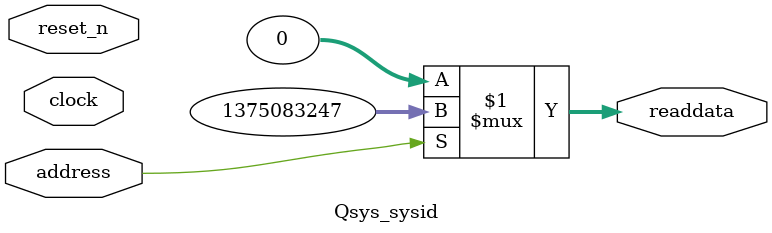
<source format=v>

`timescale 1ns / 1ps
// synthesis translate_on

// turn off superfluous verilog processor warnings 
// altera message_level Level1 
// altera message_off 10034 10035 10036 10037 10230 10240 10030 

module Qsys_sysid (
               // inputs:
                address,
                clock,
                reset_n,

               // outputs:
                readdata
             )
;

  output  [ 31: 0] readdata;
  input            address;
  input            clock;
  input            reset_n;

  wire    [ 31: 0] readdata;
  //control_slave, which is an e_avalon_slave
  assign readdata = address ? 1375083247 : 0;

endmodule




</source>
